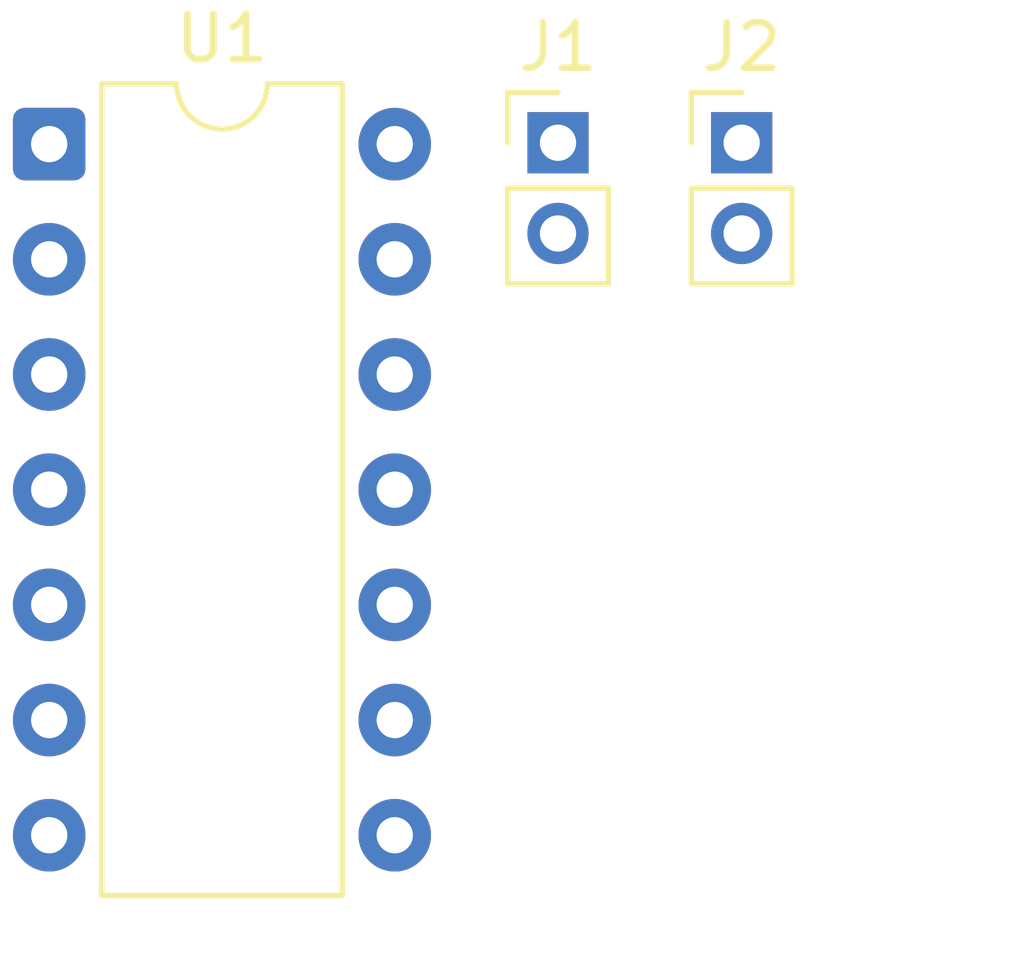
<source format=kicad_pcb>
(kicad_pcb (version 20241229) (generator "pcbnew") (generator_version "9.0")
  (layers (0 "F.Cu" signal) (2 "B.Cu" signal) (13 "F.Paste" user) (15 "B.Paste" user) (5 "F.SilkS" user "F.Silkscreen") (7 "B.SilkS" user "B.Silkscreen") (1 "F.Mask" user) (3 "B.Mask" user) (25 "Edge.Cuts" user))
  (net 0 "")
  (footprint "Connector_PinHeader_2.00mm:PinHeader_1x02_P2.00mm_Vertical" (layer "F.Cu") (at 134.6 76.73)
    (property "Reference" "J1" (at 0 -2.11 0) (layer "F.SilkS"))
    (property "Value" "Conn_01x02_Pin")
    (fp_line (start -1.11 -1.11) (end 0 -1.11) (stroke (width 0.12)) (layer "F.SilkS"))
    (fp_line (start -1.11 0) (end -1.11 -1.11) (stroke (width 0.12)) (layer "F.SilkS"))
    (fp_line (start -1.11 1) (end -1.11 3.11) (stroke (width 0.12)) (layer "F.SilkS"))
    (fp_line (start -1.11 1) (end 1.11 1) (stroke (width 0.12)) (layer "F.SilkS"))
    (fp_line (start -1.11 3.11) (end 1.11 3.11) (stroke (width 0.12)) (layer "F.SilkS"))
    (fp_line (start 1.11 1) (end 1.11 3.11) (stroke (width 0.12)) (layer "F.SilkS"))
    (pad "1" thru_hole rect (at 0 0) (size 1.35 1.35) (drill 0.8) (layers "*.Cu" "*.Mask"))
    (pad "2" thru_hole circle (at 0 2) (size 1.35 1.35) (drill 0.8) (layers "*.Cu" "*.Mask"))
  )
  (footprint "Package_DIP:DIP-14_W7.62mm" (layer "F.Cu") (at 123.38 76.76)
    (property "Reference" "U1" (at 3.81 -2.33 0) (layer "F.SilkS"))
    (property "Value" "~")
    (fp_line (start 1.16 -1.33) (end 1.16 16.57) (stroke (width 0.12)) (layer "F.SilkS"))
    (fp_line (start 1.16 16.57) (end 6.46 16.57) (stroke (width 0.12)) (layer "F.SilkS"))
    (fp_line (start 2.81 -1.33) (end 1.16 -1.33) (stroke (width 0.12)) (layer "F.SilkS"))
    (fp_line (start 6.46 -1.33) (end 4.81 -1.33) (stroke (width 0.12)) (layer "F.SilkS"))
    (fp_line (start 6.46 16.57) (end 6.46 -1.33) (stroke (width 0.12)) (layer "F.SilkS"))
    (fp_arc (start 4.81 -1.33) (mid 3.81 -0.33) (end 2.81 -1.33) (stroke (width 0.12)) (layer "F.SilkS"))
    (pad "1" thru_hole roundrect (at 0 0) (size 1.6 1.6) (drill 0.8) (layers "*.Cu" "*.Mask") (roundrect_rratio 0.15625))
    (pad "2" thru_hole circle (at 0 2.54) (size 1.6 1.6) (drill 0.8) (layers "*.Cu" "*.Mask"))
    (pad "3" thru_hole circle (at 0 5.08) (size 1.6 1.6) (drill 0.8) (layers "*.Cu" "*.Mask"))
    (pad "4" thru_hole circle (at 0 7.62) (size 1.6 1.6) (drill 0.8) (layers "*.Cu" "*.Mask"))
    (pad "5" thru_hole circle (at 0 10.16) (size 1.6 1.6) (drill 0.8) (layers "*.Cu" "*.Mask"))
    (pad "6" thru_hole circle (at 0 12.7) (size 1.6 1.6) (drill 0.8) (layers "*.Cu" "*.Mask"))
    (pad "7" thru_hole circle (at 0 15.24) (size 1.6 1.6) (drill 0.8) (layers "*.Cu" "*.Mask"))
    (pad "8" thru_hole circle (at 7.62 15.24) (size 1.6 1.6) (drill 0.8) (layers "*.Cu" "*.Mask"))
    (pad "9" thru_hole circle (at 7.62 12.7) (size 1.6 1.6) (drill 0.8) (layers "*.Cu" "*.Mask"))
    (pad "10" thru_hole circle (at 7.62 10.16) (size 1.6 1.6) (drill 0.8) (layers "*.Cu" "*.Mask"))
    (pad "11" thru_hole circle (at 7.62 7.62) (size 1.6 1.6) (drill 0.8) (layers "*.Cu" "*.Mask"))
    (pad "12" thru_hole circle (at 7.62 5.08) (size 1.6 1.6) (drill 0.8) (layers "*.Cu" "*.Mask"))
    (pad "13" thru_hole circle (at 7.62 2.54) (size 1.6 1.6) (drill 0.8) (layers "*.Cu" "*.Mask"))
    (pad "14" thru_hole circle (at 7.62 0) (size 1.6 1.6) (drill 0.8) (layers "*.Cu" "*.Mask"))
  )
  (footprint "Connector_PinHeader_2.00mm:PinHeader_1x02_P2.00mm_Vertical" (layer "F.Cu") (at 138.65 76.73)
    (property "Reference" "J2" (at 0 -2.11 0) (layer "F.SilkS"))
    (property "Value" "Conn_01x02_Pin")
    (fp_line (start -1.11 -1.11) (end 0 -1.11) (stroke (width 0.12)) (layer "F.SilkS"))
    (fp_line (start -1.11 0) (end -1.11 -1.11) (stroke (width 0.12)) (layer "F.SilkS"))
    (fp_line (start -1.11 1) (end -1.11 3.11) (stroke (width 0.12)) (layer "F.SilkS"))
    (fp_line (start -1.11 1) (end 1.11 1) (stroke (width 0.12)) (layer "F.SilkS"))
    (fp_line (start -1.11 3.11) (end 1.11 3.11) (stroke (width 0.12)) (layer "F.SilkS"))
    (fp_line (start 1.11 1) (end 1.11 3.11) (stroke (width 0.12)) (layer "F.SilkS"))
    (pad "1" thru_hole rect (at 0 0) (size 1.35 1.35) (drill 0.8) (layers "*.Cu" "*.Mask"))
    (pad "2" thru_hole circle (at 0 2) (size 1.35 1.35) (drill 0.8) (layers "*.Cu" "*.Mask"))
  )
)
</source>
